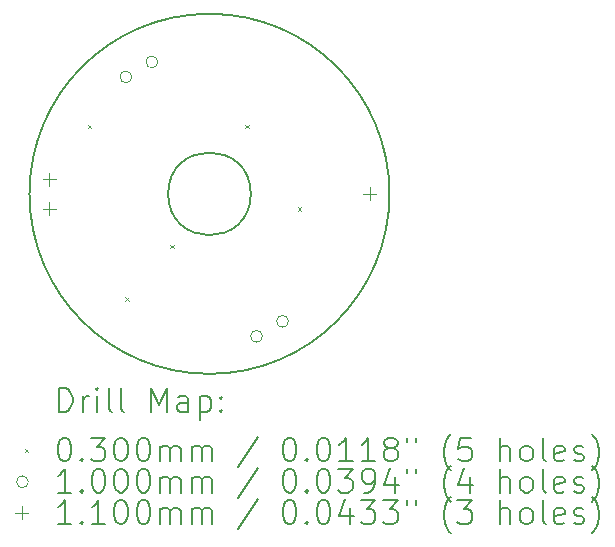
<source format=gbr>
%TF.GenerationSoftware,KiCad,Pcbnew,7.0.5-0*%
%TF.CreationDate,2023-10-10T23:50:18-04:00*%
%TF.ProjectId,batterymodule,62617474-6572-4796-9d6f-64756c652e6b,rev?*%
%TF.SameCoordinates,Original*%
%TF.FileFunction,Drillmap*%
%TF.FilePolarity,Positive*%
%FSLAX45Y45*%
G04 Gerber Fmt 4.5, Leading zero omitted, Abs format (unit mm)*
G04 Created by KiCad (PCBNEW 7.0.5-0) date 2023-10-10 23:50:18*
%MOMM*%
%LPD*%
G01*
G04 APERTURE LIST*
%ADD10C,0.200000*%
%ADD11C,0.030000*%
%ADD12C,0.100000*%
%ADD13C,0.110000*%
G04 APERTURE END LIST*
D10*
X14955000Y-12700000D02*
G75*
G03*
X14955000Y-12700000I-350000J0D01*
G01*
X16129000Y-12700000D02*
G75*
G03*
X16129000Y-12700000I-1524000J0D01*
G01*
D11*
X13574000Y-12113500D02*
X13604000Y-12143500D01*
X13604000Y-12113500D02*
X13574000Y-12143500D01*
X13891500Y-13574000D02*
X13921500Y-13604000D01*
X13921500Y-13574000D02*
X13891500Y-13604000D01*
X14272500Y-13129500D02*
X14302500Y-13159500D01*
X14302500Y-13129500D02*
X14272500Y-13159500D01*
X14907500Y-12113500D02*
X14937500Y-12143500D01*
X14937500Y-12113500D02*
X14907500Y-12143500D01*
X15352000Y-12812000D02*
X15382000Y-12842000D01*
X15382000Y-12812000D02*
X15352000Y-12842000D01*
D12*
X13947212Y-11710303D02*
G75*
G03*
X13947212Y-11710303I-50000J0D01*
G01*
X14167183Y-11583303D02*
G75*
G03*
X14167183Y-11583303I-50000J0D01*
G01*
X15053015Y-13906500D02*
G75*
G03*
X15053015Y-13906500I-50000J0D01*
G01*
X15272985Y-13779500D02*
G75*
G03*
X15272985Y-13779500I-50000J0D01*
G01*
D13*
X13250000Y-12520000D02*
X13250000Y-12630000D01*
X13195000Y-12575000D02*
X13305000Y-12575000D01*
X13250000Y-12770000D02*
X13250000Y-12880000D01*
X13195000Y-12825000D02*
X13305000Y-12825000D01*
X15960000Y-12645000D02*
X15960000Y-12755000D01*
X15905000Y-12700000D02*
X16015000Y-12700000D01*
D10*
X13331777Y-14545484D02*
X13331777Y-14345484D01*
X13331777Y-14345484D02*
X13379396Y-14345484D01*
X13379396Y-14345484D02*
X13407967Y-14355008D01*
X13407967Y-14355008D02*
X13427015Y-14374055D01*
X13427015Y-14374055D02*
X13436539Y-14393103D01*
X13436539Y-14393103D02*
X13446062Y-14431198D01*
X13446062Y-14431198D02*
X13446062Y-14459769D01*
X13446062Y-14459769D02*
X13436539Y-14497865D01*
X13436539Y-14497865D02*
X13427015Y-14516912D01*
X13427015Y-14516912D02*
X13407967Y-14535960D01*
X13407967Y-14535960D02*
X13379396Y-14545484D01*
X13379396Y-14545484D02*
X13331777Y-14545484D01*
X13531777Y-14545484D02*
X13531777Y-14412150D01*
X13531777Y-14450246D02*
X13541301Y-14431198D01*
X13541301Y-14431198D02*
X13550824Y-14421674D01*
X13550824Y-14421674D02*
X13569872Y-14412150D01*
X13569872Y-14412150D02*
X13588920Y-14412150D01*
X13655586Y-14545484D02*
X13655586Y-14412150D01*
X13655586Y-14345484D02*
X13646062Y-14355008D01*
X13646062Y-14355008D02*
X13655586Y-14364531D01*
X13655586Y-14364531D02*
X13665110Y-14355008D01*
X13665110Y-14355008D02*
X13655586Y-14345484D01*
X13655586Y-14345484D02*
X13655586Y-14364531D01*
X13779396Y-14545484D02*
X13760348Y-14535960D01*
X13760348Y-14535960D02*
X13750824Y-14516912D01*
X13750824Y-14516912D02*
X13750824Y-14345484D01*
X13884158Y-14545484D02*
X13865110Y-14535960D01*
X13865110Y-14535960D02*
X13855586Y-14516912D01*
X13855586Y-14516912D02*
X13855586Y-14345484D01*
X14112729Y-14545484D02*
X14112729Y-14345484D01*
X14112729Y-14345484D02*
X14179396Y-14488341D01*
X14179396Y-14488341D02*
X14246062Y-14345484D01*
X14246062Y-14345484D02*
X14246062Y-14545484D01*
X14427015Y-14545484D02*
X14427015Y-14440722D01*
X14427015Y-14440722D02*
X14417491Y-14421674D01*
X14417491Y-14421674D02*
X14398443Y-14412150D01*
X14398443Y-14412150D02*
X14360348Y-14412150D01*
X14360348Y-14412150D02*
X14341301Y-14421674D01*
X14427015Y-14535960D02*
X14407967Y-14545484D01*
X14407967Y-14545484D02*
X14360348Y-14545484D01*
X14360348Y-14545484D02*
X14341301Y-14535960D01*
X14341301Y-14535960D02*
X14331777Y-14516912D01*
X14331777Y-14516912D02*
X14331777Y-14497865D01*
X14331777Y-14497865D02*
X14341301Y-14478817D01*
X14341301Y-14478817D02*
X14360348Y-14469293D01*
X14360348Y-14469293D02*
X14407967Y-14469293D01*
X14407967Y-14469293D02*
X14427015Y-14459769D01*
X14522253Y-14412150D02*
X14522253Y-14612150D01*
X14522253Y-14421674D02*
X14541301Y-14412150D01*
X14541301Y-14412150D02*
X14579396Y-14412150D01*
X14579396Y-14412150D02*
X14598443Y-14421674D01*
X14598443Y-14421674D02*
X14607967Y-14431198D01*
X14607967Y-14431198D02*
X14617491Y-14450246D01*
X14617491Y-14450246D02*
X14617491Y-14507388D01*
X14617491Y-14507388D02*
X14607967Y-14526436D01*
X14607967Y-14526436D02*
X14598443Y-14535960D01*
X14598443Y-14535960D02*
X14579396Y-14545484D01*
X14579396Y-14545484D02*
X14541301Y-14545484D01*
X14541301Y-14545484D02*
X14522253Y-14535960D01*
X14703205Y-14526436D02*
X14712729Y-14535960D01*
X14712729Y-14535960D02*
X14703205Y-14545484D01*
X14703205Y-14545484D02*
X14693682Y-14535960D01*
X14693682Y-14535960D02*
X14703205Y-14526436D01*
X14703205Y-14526436D02*
X14703205Y-14545484D01*
X14703205Y-14421674D02*
X14712729Y-14431198D01*
X14712729Y-14431198D02*
X14703205Y-14440722D01*
X14703205Y-14440722D02*
X14693682Y-14431198D01*
X14693682Y-14431198D02*
X14703205Y-14421674D01*
X14703205Y-14421674D02*
X14703205Y-14440722D01*
D11*
X13041000Y-14859000D02*
X13071000Y-14889000D01*
X13071000Y-14859000D02*
X13041000Y-14889000D01*
D10*
X13369872Y-14765484D02*
X13388920Y-14765484D01*
X13388920Y-14765484D02*
X13407967Y-14775008D01*
X13407967Y-14775008D02*
X13417491Y-14784531D01*
X13417491Y-14784531D02*
X13427015Y-14803579D01*
X13427015Y-14803579D02*
X13436539Y-14841674D01*
X13436539Y-14841674D02*
X13436539Y-14889293D01*
X13436539Y-14889293D02*
X13427015Y-14927388D01*
X13427015Y-14927388D02*
X13417491Y-14946436D01*
X13417491Y-14946436D02*
X13407967Y-14955960D01*
X13407967Y-14955960D02*
X13388920Y-14965484D01*
X13388920Y-14965484D02*
X13369872Y-14965484D01*
X13369872Y-14965484D02*
X13350824Y-14955960D01*
X13350824Y-14955960D02*
X13341301Y-14946436D01*
X13341301Y-14946436D02*
X13331777Y-14927388D01*
X13331777Y-14927388D02*
X13322253Y-14889293D01*
X13322253Y-14889293D02*
X13322253Y-14841674D01*
X13322253Y-14841674D02*
X13331777Y-14803579D01*
X13331777Y-14803579D02*
X13341301Y-14784531D01*
X13341301Y-14784531D02*
X13350824Y-14775008D01*
X13350824Y-14775008D02*
X13369872Y-14765484D01*
X13522253Y-14946436D02*
X13531777Y-14955960D01*
X13531777Y-14955960D02*
X13522253Y-14965484D01*
X13522253Y-14965484D02*
X13512729Y-14955960D01*
X13512729Y-14955960D02*
X13522253Y-14946436D01*
X13522253Y-14946436D02*
X13522253Y-14965484D01*
X13598443Y-14765484D02*
X13722253Y-14765484D01*
X13722253Y-14765484D02*
X13655586Y-14841674D01*
X13655586Y-14841674D02*
X13684158Y-14841674D01*
X13684158Y-14841674D02*
X13703205Y-14851198D01*
X13703205Y-14851198D02*
X13712729Y-14860722D01*
X13712729Y-14860722D02*
X13722253Y-14879769D01*
X13722253Y-14879769D02*
X13722253Y-14927388D01*
X13722253Y-14927388D02*
X13712729Y-14946436D01*
X13712729Y-14946436D02*
X13703205Y-14955960D01*
X13703205Y-14955960D02*
X13684158Y-14965484D01*
X13684158Y-14965484D02*
X13627015Y-14965484D01*
X13627015Y-14965484D02*
X13607967Y-14955960D01*
X13607967Y-14955960D02*
X13598443Y-14946436D01*
X13846062Y-14765484D02*
X13865110Y-14765484D01*
X13865110Y-14765484D02*
X13884158Y-14775008D01*
X13884158Y-14775008D02*
X13893682Y-14784531D01*
X13893682Y-14784531D02*
X13903205Y-14803579D01*
X13903205Y-14803579D02*
X13912729Y-14841674D01*
X13912729Y-14841674D02*
X13912729Y-14889293D01*
X13912729Y-14889293D02*
X13903205Y-14927388D01*
X13903205Y-14927388D02*
X13893682Y-14946436D01*
X13893682Y-14946436D02*
X13884158Y-14955960D01*
X13884158Y-14955960D02*
X13865110Y-14965484D01*
X13865110Y-14965484D02*
X13846062Y-14965484D01*
X13846062Y-14965484D02*
X13827015Y-14955960D01*
X13827015Y-14955960D02*
X13817491Y-14946436D01*
X13817491Y-14946436D02*
X13807967Y-14927388D01*
X13807967Y-14927388D02*
X13798443Y-14889293D01*
X13798443Y-14889293D02*
X13798443Y-14841674D01*
X13798443Y-14841674D02*
X13807967Y-14803579D01*
X13807967Y-14803579D02*
X13817491Y-14784531D01*
X13817491Y-14784531D02*
X13827015Y-14775008D01*
X13827015Y-14775008D02*
X13846062Y-14765484D01*
X14036539Y-14765484D02*
X14055586Y-14765484D01*
X14055586Y-14765484D02*
X14074634Y-14775008D01*
X14074634Y-14775008D02*
X14084158Y-14784531D01*
X14084158Y-14784531D02*
X14093682Y-14803579D01*
X14093682Y-14803579D02*
X14103205Y-14841674D01*
X14103205Y-14841674D02*
X14103205Y-14889293D01*
X14103205Y-14889293D02*
X14093682Y-14927388D01*
X14093682Y-14927388D02*
X14084158Y-14946436D01*
X14084158Y-14946436D02*
X14074634Y-14955960D01*
X14074634Y-14955960D02*
X14055586Y-14965484D01*
X14055586Y-14965484D02*
X14036539Y-14965484D01*
X14036539Y-14965484D02*
X14017491Y-14955960D01*
X14017491Y-14955960D02*
X14007967Y-14946436D01*
X14007967Y-14946436D02*
X13998443Y-14927388D01*
X13998443Y-14927388D02*
X13988920Y-14889293D01*
X13988920Y-14889293D02*
X13988920Y-14841674D01*
X13988920Y-14841674D02*
X13998443Y-14803579D01*
X13998443Y-14803579D02*
X14007967Y-14784531D01*
X14007967Y-14784531D02*
X14017491Y-14775008D01*
X14017491Y-14775008D02*
X14036539Y-14765484D01*
X14188920Y-14965484D02*
X14188920Y-14832150D01*
X14188920Y-14851198D02*
X14198443Y-14841674D01*
X14198443Y-14841674D02*
X14217491Y-14832150D01*
X14217491Y-14832150D02*
X14246063Y-14832150D01*
X14246063Y-14832150D02*
X14265110Y-14841674D01*
X14265110Y-14841674D02*
X14274634Y-14860722D01*
X14274634Y-14860722D02*
X14274634Y-14965484D01*
X14274634Y-14860722D02*
X14284158Y-14841674D01*
X14284158Y-14841674D02*
X14303205Y-14832150D01*
X14303205Y-14832150D02*
X14331777Y-14832150D01*
X14331777Y-14832150D02*
X14350824Y-14841674D01*
X14350824Y-14841674D02*
X14360348Y-14860722D01*
X14360348Y-14860722D02*
X14360348Y-14965484D01*
X14455586Y-14965484D02*
X14455586Y-14832150D01*
X14455586Y-14851198D02*
X14465110Y-14841674D01*
X14465110Y-14841674D02*
X14484158Y-14832150D01*
X14484158Y-14832150D02*
X14512729Y-14832150D01*
X14512729Y-14832150D02*
X14531777Y-14841674D01*
X14531777Y-14841674D02*
X14541301Y-14860722D01*
X14541301Y-14860722D02*
X14541301Y-14965484D01*
X14541301Y-14860722D02*
X14550824Y-14841674D01*
X14550824Y-14841674D02*
X14569872Y-14832150D01*
X14569872Y-14832150D02*
X14598443Y-14832150D01*
X14598443Y-14832150D02*
X14617491Y-14841674D01*
X14617491Y-14841674D02*
X14627015Y-14860722D01*
X14627015Y-14860722D02*
X14627015Y-14965484D01*
X15017491Y-14755960D02*
X14846063Y-15013103D01*
X15274634Y-14765484D02*
X15293682Y-14765484D01*
X15293682Y-14765484D02*
X15312729Y-14775008D01*
X15312729Y-14775008D02*
X15322253Y-14784531D01*
X15322253Y-14784531D02*
X15331777Y-14803579D01*
X15331777Y-14803579D02*
X15341301Y-14841674D01*
X15341301Y-14841674D02*
X15341301Y-14889293D01*
X15341301Y-14889293D02*
X15331777Y-14927388D01*
X15331777Y-14927388D02*
X15322253Y-14946436D01*
X15322253Y-14946436D02*
X15312729Y-14955960D01*
X15312729Y-14955960D02*
X15293682Y-14965484D01*
X15293682Y-14965484D02*
X15274634Y-14965484D01*
X15274634Y-14965484D02*
X15255586Y-14955960D01*
X15255586Y-14955960D02*
X15246063Y-14946436D01*
X15246063Y-14946436D02*
X15236539Y-14927388D01*
X15236539Y-14927388D02*
X15227015Y-14889293D01*
X15227015Y-14889293D02*
X15227015Y-14841674D01*
X15227015Y-14841674D02*
X15236539Y-14803579D01*
X15236539Y-14803579D02*
X15246063Y-14784531D01*
X15246063Y-14784531D02*
X15255586Y-14775008D01*
X15255586Y-14775008D02*
X15274634Y-14765484D01*
X15427015Y-14946436D02*
X15436539Y-14955960D01*
X15436539Y-14955960D02*
X15427015Y-14965484D01*
X15427015Y-14965484D02*
X15417491Y-14955960D01*
X15417491Y-14955960D02*
X15427015Y-14946436D01*
X15427015Y-14946436D02*
X15427015Y-14965484D01*
X15560348Y-14765484D02*
X15579396Y-14765484D01*
X15579396Y-14765484D02*
X15598444Y-14775008D01*
X15598444Y-14775008D02*
X15607967Y-14784531D01*
X15607967Y-14784531D02*
X15617491Y-14803579D01*
X15617491Y-14803579D02*
X15627015Y-14841674D01*
X15627015Y-14841674D02*
X15627015Y-14889293D01*
X15627015Y-14889293D02*
X15617491Y-14927388D01*
X15617491Y-14927388D02*
X15607967Y-14946436D01*
X15607967Y-14946436D02*
X15598444Y-14955960D01*
X15598444Y-14955960D02*
X15579396Y-14965484D01*
X15579396Y-14965484D02*
X15560348Y-14965484D01*
X15560348Y-14965484D02*
X15541301Y-14955960D01*
X15541301Y-14955960D02*
X15531777Y-14946436D01*
X15531777Y-14946436D02*
X15522253Y-14927388D01*
X15522253Y-14927388D02*
X15512729Y-14889293D01*
X15512729Y-14889293D02*
X15512729Y-14841674D01*
X15512729Y-14841674D02*
X15522253Y-14803579D01*
X15522253Y-14803579D02*
X15531777Y-14784531D01*
X15531777Y-14784531D02*
X15541301Y-14775008D01*
X15541301Y-14775008D02*
X15560348Y-14765484D01*
X15817491Y-14965484D02*
X15703206Y-14965484D01*
X15760348Y-14965484D02*
X15760348Y-14765484D01*
X15760348Y-14765484D02*
X15741301Y-14794055D01*
X15741301Y-14794055D02*
X15722253Y-14813103D01*
X15722253Y-14813103D02*
X15703206Y-14822627D01*
X16007967Y-14965484D02*
X15893682Y-14965484D01*
X15950825Y-14965484D02*
X15950825Y-14765484D01*
X15950825Y-14765484D02*
X15931777Y-14794055D01*
X15931777Y-14794055D02*
X15912729Y-14813103D01*
X15912729Y-14813103D02*
X15893682Y-14822627D01*
X16122253Y-14851198D02*
X16103206Y-14841674D01*
X16103206Y-14841674D02*
X16093682Y-14832150D01*
X16093682Y-14832150D02*
X16084158Y-14813103D01*
X16084158Y-14813103D02*
X16084158Y-14803579D01*
X16084158Y-14803579D02*
X16093682Y-14784531D01*
X16093682Y-14784531D02*
X16103206Y-14775008D01*
X16103206Y-14775008D02*
X16122253Y-14765484D01*
X16122253Y-14765484D02*
X16160348Y-14765484D01*
X16160348Y-14765484D02*
X16179396Y-14775008D01*
X16179396Y-14775008D02*
X16188920Y-14784531D01*
X16188920Y-14784531D02*
X16198444Y-14803579D01*
X16198444Y-14803579D02*
X16198444Y-14813103D01*
X16198444Y-14813103D02*
X16188920Y-14832150D01*
X16188920Y-14832150D02*
X16179396Y-14841674D01*
X16179396Y-14841674D02*
X16160348Y-14851198D01*
X16160348Y-14851198D02*
X16122253Y-14851198D01*
X16122253Y-14851198D02*
X16103206Y-14860722D01*
X16103206Y-14860722D02*
X16093682Y-14870246D01*
X16093682Y-14870246D02*
X16084158Y-14889293D01*
X16084158Y-14889293D02*
X16084158Y-14927388D01*
X16084158Y-14927388D02*
X16093682Y-14946436D01*
X16093682Y-14946436D02*
X16103206Y-14955960D01*
X16103206Y-14955960D02*
X16122253Y-14965484D01*
X16122253Y-14965484D02*
X16160348Y-14965484D01*
X16160348Y-14965484D02*
X16179396Y-14955960D01*
X16179396Y-14955960D02*
X16188920Y-14946436D01*
X16188920Y-14946436D02*
X16198444Y-14927388D01*
X16198444Y-14927388D02*
X16198444Y-14889293D01*
X16198444Y-14889293D02*
X16188920Y-14870246D01*
X16188920Y-14870246D02*
X16179396Y-14860722D01*
X16179396Y-14860722D02*
X16160348Y-14851198D01*
X16274634Y-14765484D02*
X16274634Y-14803579D01*
X16350825Y-14765484D02*
X16350825Y-14803579D01*
X16646063Y-15041674D02*
X16636539Y-15032150D01*
X16636539Y-15032150D02*
X16617491Y-15003579D01*
X16617491Y-15003579D02*
X16607968Y-14984531D01*
X16607968Y-14984531D02*
X16598444Y-14955960D01*
X16598444Y-14955960D02*
X16588920Y-14908341D01*
X16588920Y-14908341D02*
X16588920Y-14870246D01*
X16588920Y-14870246D02*
X16598444Y-14822627D01*
X16598444Y-14822627D02*
X16607968Y-14794055D01*
X16607968Y-14794055D02*
X16617491Y-14775008D01*
X16617491Y-14775008D02*
X16636539Y-14746436D01*
X16636539Y-14746436D02*
X16646063Y-14736912D01*
X16817491Y-14765484D02*
X16722253Y-14765484D01*
X16722253Y-14765484D02*
X16712729Y-14860722D01*
X16712729Y-14860722D02*
X16722253Y-14851198D01*
X16722253Y-14851198D02*
X16741301Y-14841674D01*
X16741301Y-14841674D02*
X16788920Y-14841674D01*
X16788920Y-14841674D02*
X16807968Y-14851198D01*
X16807968Y-14851198D02*
X16817491Y-14860722D01*
X16817491Y-14860722D02*
X16827015Y-14879769D01*
X16827015Y-14879769D02*
X16827015Y-14927388D01*
X16827015Y-14927388D02*
X16817491Y-14946436D01*
X16817491Y-14946436D02*
X16807968Y-14955960D01*
X16807968Y-14955960D02*
X16788920Y-14965484D01*
X16788920Y-14965484D02*
X16741301Y-14965484D01*
X16741301Y-14965484D02*
X16722253Y-14955960D01*
X16722253Y-14955960D02*
X16712729Y-14946436D01*
X17065111Y-14965484D02*
X17065111Y-14765484D01*
X17150825Y-14965484D02*
X17150825Y-14860722D01*
X17150825Y-14860722D02*
X17141301Y-14841674D01*
X17141301Y-14841674D02*
X17122253Y-14832150D01*
X17122253Y-14832150D02*
X17093682Y-14832150D01*
X17093682Y-14832150D02*
X17074634Y-14841674D01*
X17074634Y-14841674D02*
X17065111Y-14851198D01*
X17274634Y-14965484D02*
X17255587Y-14955960D01*
X17255587Y-14955960D02*
X17246063Y-14946436D01*
X17246063Y-14946436D02*
X17236539Y-14927388D01*
X17236539Y-14927388D02*
X17236539Y-14870246D01*
X17236539Y-14870246D02*
X17246063Y-14851198D01*
X17246063Y-14851198D02*
X17255587Y-14841674D01*
X17255587Y-14841674D02*
X17274634Y-14832150D01*
X17274634Y-14832150D02*
X17303206Y-14832150D01*
X17303206Y-14832150D02*
X17322253Y-14841674D01*
X17322253Y-14841674D02*
X17331777Y-14851198D01*
X17331777Y-14851198D02*
X17341301Y-14870246D01*
X17341301Y-14870246D02*
X17341301Y-14927388D01*
X17341301Y-14927388D02*
X17331777Y-14946436D01*
X17331777Y-14946436D02*
X17322253Y-14955960D01*
X17322253Y-14955960D02*
X17303206Y-14965484D01*
X17303206Y-14965484D02*
X17274634Y-14965484D01*
X17455587Y-14965484D02*
X17436539Y-14955960D01*
X17436539Y-14955960D02*
X17427015Y-14936912D01*
X17427015Y-14936912D02*
X17427015Y-14765484D01*
X17607968Y-14955960D02*
X17588920Y-14965484D01*
X17588920Y-14965484D02*
X17550825Y-14965484D01*
X17550825Y-14965484D02*
X17531777Y-14955960D01*
X17531777Y-14955960D02*
X17522253Y-14936912D01*
X17522253Y-14936912D02*
X17522253Y-14860722D01*
X17522253Y-14860722D02*
X17531777Y-14841674D01*
X17531777Y-14841674D02*
X17550825Y-14832150D01*
X17550825Y-14832150D02*
X17588920Y-14832150D01*
X17588920Y-14832150D02*
X17607968Y-14841674D01*
X17607968Y-14841674D02*
X17617492Y-14860722D01*
X17617492Y-14860722D02*
X17617492Y-14879769D01*
X17617492Y-14879769D02*
X17522253Y-14898817D01*
X17693682Y-14955960D02*
X17712730Y-14965484D01*
X17712730Y-14965484D02*
X17750825Y-14965484D01*
X17750825Y-14965484D02*
X17769873Y-14955960D01*
X17769873Y-14955960D02*
X17779396Y-14936912D01*
X17779396Y-14936912D02*
X17779396Y-14927388D01*
X17779396Y-14927388D02*
X17769873Y-14908341D01*
X17769873Y-14908341D02*
X17750825Y-14898817D01*
X17750825Y-14898817D02*
X17722253Y-14898817D01*
X17722253Y-14898817D02*
X17703206Y-14889293D01*
X17703206Y-14889293D02*
X17693682Y-14870246D01*
X17693682Y-14870246D02*
X17693682Y-14860722D01*
X17693682Y-14860722D02*
X17703206Y-14841674D01*
X17703206Y-14841674D02*
X17722253Y-14832150D01*
X17722253Y-14832150D02*
X17750825Y-14832150D01*
X17750825Y-14832150D02*
X17769873Y-14841674D01*
X17846063Y-15041674D02*
X17855587Y-15032150D01*
X17855587Y-15032150D02*
X17874634Y-15003579D01*
X17874634Y-15003579D02*
X17884158Y-14984531D01*
X17884158Y-14984531D02*
X17893682Y-14955960D01*
X17893682Y-14955960D02*
X17903206Y-14908341D01*
X17903206Y-14908341D02*
X17903206Y-14870246D01*
X17903206Y-14870246D02*
X17893682Y-14822627D01*
X17893682Y-14822627D02*
X17884158Y-14794055D01*
X17884158Y-14794055D02*
X17874634Y-14775008D01*
X17874634Y-14775008D02*
X17855587Y-14746436D01*
X17855587Y-14746436D02*
X17846063Y-14736912D01*
D12*
X13071000Y-15138000D02*
G75*
G03*
X13071000Y-15138000I-50000J0D01*
G01*
D10*
X13436539Y-15229484D02*
X13322253Y-15229484D01*
X13379396Y-15229484D02*
X13379396Y-15029484D01*
X13379396Y-15029484D02*
X13360348Y-15058055D01*
X13360348Y-15058055D02*
X13341301Y-15077103D01*
X13341301Y-15077103D02*
X13322253Y-15086627D01*
X13522253Y-15210436D02*
X13531777Y-15219960D01*
X13531777Y-15219960D02*
X13522253Y-15229484D01*
X13522253Y-15229484D02*
X13512729Y-15219960D01*
X13512729Y-15219960D02*
X13522253Y-15210436D01*
X13522253Y-15210436D02*
X13522253Y-15229484D01*
X13655586Y-15029484D02*
X13674634Y-15029484D01*
X13674634Y-15029484D02*
X13693682Y-15039008D01*
X13693682Y-15039008D02*
X13703205Y-15048531D01*
X13703205Y-15048531D02*
X13712729Y-15067579D01*
X13712729Y-15067579D02*
X13722253Y-15105674D01*
X13722253Y-15105674D02*
X13722253Y-15153293D01*
X13722253Y-15153293D02*
X13712729Y-15191388D01*
X13712729Y-15191388D02*
X13703205Y-15210436D01*
X13703205Y-15210436D02*
X13693682Y-15219960D01*
X13693682Y-15219960D02*
X13674634Y-15229484D01*
X13674634Y-15229484D02*
X13655586Y-15229484D01*
X13655586Y-15229484D02*
X13636539Y-15219960D01*
X13636539Y-15219960D02*
X13627015Y-15210436D01*
X13627015Y-15210436D02*
X13617491Y-15191388D01*
X13617491Y-15191388D02*
X13607967Y-15153293D01*
X13607967Y-15153293D02*
X13607967Y-15105674D01*
X13607967Y-15105674D02*
X13617491Y-15067579D01*
X13617491Y-15067579D02*
X13627015Y-15048531D01*
X13627015Y-15048531D02*
X13636539Y-15039008D01*
X13636539Y-15039008D02*
X13655586Y-15029484D01*
X13846062Y-15029484D02*
X13865110Y-15029484D01*
X13865110Y-15029484D02*
X13884158Y-15039008D01*
X13884158Y-15039008D02*
X13893682Y-15048531D01*
X13893682Y-15048531D02*
X13903205Y-15067579D01*
X13903205Y-15067579D02*
X13912729Y-15105674D01*
X13912729Y-15105674D02*
X13912729Y-15153293D01*
X13912729Y-15153293D02*
X13903205Y-15191388D01*
X13903205Y-15191388D02*
X13893682Y-15210436D01*
X13893682Y-15210436D02*
X13884158Y-15219960D01*
X13884158Y-15219960D02*
X13865110Y-15229484D01*
X13865110Y-15229484D02*
X13846062Y-15229484D01*
X13846062Y-15229484D02*
X13827015Y-15219960D01*
X13827015Y-15219960D02*
X13817491Y-15210436D01*
X13817491Y-15210436D02*
X13807967Y-15191388D01*
X13807967Y-15191388D02*
X13798443Y-15153293D01*
X13798443Y-15153293D02*
X13798443Y-15105674D01*
X13798443Y-15105674D02*
X13807967Y-15067579D01*
X13807967Y-15067579D02*
X13817491Y-15048531D01*
X13817491Y-15048531D02*
X13827015Y-15039008D01*
X13827015Y-15039008D02*
X13846062Y-15029484D01*
X14036539Y-15029484D02*
X14055586Y-15029484D01*
X14055586Y-15029484D02*
X14074634Y-15039008D01*
X14074634Y-15039008D02*
X14084158Y-15048531D01*
X14084158Y-15048531D02*
X14093682Y-15067579D01*
X14093682Y-15067579D02*
X14103205Y-15105674D01*
X14103205Y-15105674D02*
X14103205Y-15153293D01*
X14103205Y-15153293D02*
X14093682Y-15191388D01*
X14093682Y-15191388D02*
X14084158Y-15210436D01*
X14084158Y-15210436D02*
X14074634Y-15219960D01*
X14074634Y-15219960D02*
X14055586Y-15229484D01*
X14055586Y-15229484D02*
X14036539Y-15229484D01*
X14036539Y-15229484D02*
X14017491Y-15219960D01*
X14017491Y-15219960D02*
X14007967Y-15210436D01*
X14007967Y-15210436D02*
X13998443Y-15191388D01*
X13998443Y-15191388D02*
X13988920Y-15153293D01*
X13988920Y-15153293D02*
X13988920Y-15105674D01*
X13988920Y-15105674D02*
X13998443Y-15067579D01*
X13998443Y-15067579D02*
X14007967Y-15048531D01*
X14007967Y-15048531D02*
X14017491Y-15039008D01*
X14017491Y-15039008D02*
X14036539Y-15029484D01*
X14188920Y-15229484D02*
X14188920Y-15096150D01*
X14188920Y-15115198D02*
X14198443Y-15105674D01*
X14198443Y-15105674D02*
X14217491Y-15096150D01*
X14217491Y-15096150D02*
X14246063Y-15096150D01*
X14246063Y-15096150D02*
X14265110Y-15105674D01*
X14265110Y-15105674D02*
X14274634Y-15124722D01*
X14274634Y-15124722D02*
X14274634Y-15229484D01*
X14274634Y-15124722D02*
X14284158Y-15105674D01*
X14284158Y-15105674D02*
X14303205Y-15096150D01*
X14303205Y-15096150D02*
X14331777Y-15096150D01*
X14331777Y-15096150D02*
X14350824Y-15105674D01*
X14350824Y-15105674D02*
X14360348Y-15124722D01*
X14360348Y-15124722D02*
X14360348Y-15229484D01*
X14455586Y-15229484D02*
X14455586Y-15096150D01*
X14455586Y-15115198D02*
X14465110Y-15105674D01*
X14465110Y-15105674D02*
X14484158Y-15096150D01*
X14484158Y-15096150D02*
X14512729Y-15096150D01*
X14512729Y-15096150D02*
X14531777Y-15105674D01*
X14531777Y-15105674D02*
X14541301Y-15124722D01*
X14541301Y-15124722D02*
X14541301Y-15229484D01*
X14541301Y-15124722D02*
X14550824Y-15105674D01*
X14550824Y-15105674D02*
X14569872Y-15096150D01*
X14569872Y-15096150D02*
X14598443Y-15096150D01*
X14598443Y-15096150D02*
X14617491Y-15105674D01*
X14617491Y-15105674D02*
X14627015Y-15124722D01*
X14627015Y-15124722D02*
X14627015Y-15229484D01*
X15017491Y-15019960D02*
X14846063Y-15277103D01*
X15274634Y-15029484D02*
X15293682Y-15029484D01*
X15293682Y-15029484D02*
X15312729Y-15039008D01*
X15312729Y-15039008D02*
X15322253Y-15048531D01*
X15322253Y-15048531D02*
X15331777Y-15067579D01*
X15331777Y-15067579D02*
X15341301Y-15105674D01*
X15341301Y-15105674D02*
X15341301Y-15153293D01*
X15341301Y-15153293D02*
X15331777Y-15191388D01*
X15331777Y-15191388D02*
X15322253Y-15210436D01*
X15322253Y-15210436D02*
X15312729Y-15219960D01*
X15312729Y-15219960D02*
X15293682Y-15229484D01*
X15293682Y-15229484D02*
X15274634Y-15229484D01*
X15274634Y-15229484D02*
X15255586Y-15219960D01*
X15255586Y-15219960D02*
X15246063Y-15210436D01*
X15246063Y-15210436D02*
X15236539Y-15191388D01*
X15236539Y-15191388D02*
X15227015Y-15153293D01*
X15227015Y-15153293D02*
X15227015Y-15105674D01*
X15227015Y-15105674D02*
X15236539Y-15067579D01*
X15236539Y-15067579D02*
X15246063Y-15048531D01*
X15246063Y-15048531D02*
X15255586Y-15039008D01*
X15255586Y-15039008D02*
X15274634Y-15029484D01*
X15427015Y-15210436D02*
X15436539Y-15219960D01*
X15436539Y-15219960D02*
X15427015Y-15229484D01*
X15427015Y-15229484D02*
X15417491Y-15219960D01*
X15417491Y-15219960D02*
X15427015Y-15210436D01*
X15427015Y-15210436D02*
X15427015Y-15229484D01*
X15560348Y-15029484D02*
X15579396Y-15029484D01*
X15579396Y-15029484D02*
X15598444Y-15039008D01*
X15598444Y-15039008D02*
X15607967Y-15048531D01*
X15607967Y-15048531D02*
X15617491Y-15067579D01*
X15617491Y-15067579D02*
X15627015Y-15105674D01*
X15627015Y-15105674D02*
X15627015Y-15153293D01*
X15627015Y-15153293D02*
X15617491Y-15191388D01*
X15617491Y-15191388D02*
X15607967Y-15210436D01*
X15607967Y-15210436D02*
X15598444Y-15219960D01*
X15598444Y-15219960D02*
X15579396Y-15229484D01*
X15579396Y-15229484D02*
X15560348Y-15229484D01*
X15560348Y-15229484D02*
X15541301Y-15219960D01*
X15541301Y-15219960D02*
X15531777Y-15210436D01*
X15531777Y-15210436D02*
X15522253Y-15191388D01*
X15522253Y-15191388D02*
X15512729Y-15153293D01*
X15512729Y-15153293D02*
X15512729Y-15105674D01*
X15512729Y-15105674D02*
X15522253Y-15067579D01*
X15522253Y-15067579D02*
X15531777Y-15048531D01*
X15531777Y-15048531D02*
X15541301Y-15039008D01*
X15541301Y-15039008D02*
X15560348Y-15029484D01*
X15693682Y-15029484D02*
X15817491Y-15029484D01*
X15817491Y-15029484D02*
X15750825Y-15105674D01*
X15750825Y-15105674D02*
X15779396Y-15105674D01*
X15779396Y-15105674D02*
X15798444Y-15115198D01*
X15798444Y-15115198D02*
X15807967Y-15124722D01*
X15807967Y-15124722D02*
X15817491Y-15143769D01*
X15817491Y-15143769D02*
X15817491Y-15191388D01*
X15817491Y-15191388D02*
X15807967Y-15210436D01*
X15807967Y-15210436D02*
X15798444Y-15219960D01*
X15798444Y-15219960D02*
X15779396Y-15229484D01*
X15779396Y-15229484D02*
X15722253Y-15229484D01*
X15722253Y-15229484D02*
X15703206Y-15219960D01*
X15703206Y-15219960D02*
X15693682Y-15210436D01*
X15912729Y-15229484D02*
X15950825Y-15229484D01*
X15950825Y-15229484D02*
X15969872Y-15219960D01*
X15969872Y-15219960D02*
X15979396Y-15210436D01*
X15979396Y-15210436D02*
X15998444Y-15181865D01*
X15998444Y-15181865D02*
X16007967Y-15143769D01*
X16007967Y-15143769D02*
X16007967Y-15067579D01*
X16007967Y-15067579D02*
X15998444Y-15048531D01*
X15998444Y-15048531D02*
X15988920Y-15039008D01*
X15988920Y-15039008D02*
X15969872Y-15029484D01*
X15969872Y-15029484D02*
X15931777Y-15029484D01*
X15931777Y-15029484D02*
X15912729Y-15039008D01*
X15912729Y-15039008D02*
X15903206Y-15048531D01*
X15903206Y-15048531D02*
X15893682Y-15067579D01*
X15893682Y-15067579D02*
X15893682Y-15115198D01*
X15893682Y-15115198D02*
X15903206Y-15134246D01*
X15903206Y-15134246D02*
X15912729Y-15143769D01*
X15912729Y-15143769D02*
X15931777Y-15153293D01*
X15931777Y-15153293D02*
X15969872Y-15153293D01*
X15969872Y-15153293D02*
X15988920Y-15143769D01*
X15988920Y-15143769D02*
X15998444Y-15134246D01*
X15998444Y-15134246D02*
X16007967Y-15115198D01*
X16179396Y-15096150D02*
X16179396Y-15229484D01*
X16131777Y-15019960D02*
X16084158Y-15162817D01*
X16084158Y-15162817D02*
X16207967Y-15162817D01*
X16274634Y-15029484D02*
X16274634Y-15067579D01*
X16350825Y-15029484D02*
X16350825Y-15067579D01*
X16646063Y-15305674D02*
X16636539Y-15296150D01*
X16636539Y-15296150D02*
X16617491Y-15267579D01*
X16617491Y-15267579D02*
X16607968Y-15248531D01*
X16607968Y-15248531D02*
X16598444Y-15219960D01*
X16598444Y-15219960D02*
X16588920Y-15172341D01*
X16588920Y-15172341D02*
X16588920Y-15134246D01*
X16588920Y-15134246D02*
X16598444Y-15086627D01*
X16598444Y-15086627D02*
X16607968Y-15058055D01*
X16607968Y-15058055D02*
X16617491Y-15039008D01*
X16617491Y-15039008D02*
X16636539Y-15010436D01*
X16636539Y-15010436D02*
X16646063Y-15000912D01*
X16807968Y-15096150D02*
X16807968Y-15229484D01*
X16760348Y-15019960D02*
X16712729Y-15162817D01*
X16712729Y-15162817D02*
X16836539Y-15162817D01*
X17065111Y-15229484D02*
X17065111Y-15029484D01*
X17150825Y-15229484D02*
X17150825Y-15124722D01*
X17150825Y-15124722D02*
X17141301Y-15105674D01*
X17141301Y-15105674D02*
X17122253Y-15096150D01*
X17122253Y-15096150D02*
X17093682Y-15096150D01*
X17093682Y-15096150D02*
X17074634Y-15105674D01*
X17074634Y-15105674D02*
X17065111Y-15115198D01*
X17274634Y-15229484D02*
X17255587Y-15219960D01*
X17255587Y-15219960D02*
X17246063Y-15210436D01*
X17246063Y-15210436D02*
X17236539Y-15191388D01*
X17236539Y-15191388D02*
X17236539Y-15134246D01*
X17236539Y-15134246D02*
X17246063Y-15115198D01*
X17246063Y-15115198D02*
X17255587Y-15105674D01*
X17255587Y-15105674D02*
X17274634Y-15096150D01*
X17274634Y-15096150D02*
X17303206Y-15096150D01*
X17303206Y-15096150D02*
X17322253Y-15105674D01*
X17322253Y-15105674D02*
X17331777Y-15115198D01*
X17331777Y-15115198D02*
X17341301Y-15134246D01*
X17341301Y-15134246D02*
X17341301Y-15191388D01*
X17341301Y-15191388D02*
X17331777Y-15210436D01*
X17331777Y-15210436D02*
X17322253Y-15219960D01*
X17322253Y-15219960D02*
X17303206Y-15229484D01*
X17303206Y-15229484D02*
X17274634Y-15229484D01*
X17455587Y-15229484D02*
X17436539Y-15219960D01*
X17436539Y-15219960D02*
X17427015Y-15200912D01*
X17427015Y-15200912D02*
X17427015Y-15029484D01*
X17607968Y-15219960D02*
X17588920Y-15229484D01*
X17588920Y-15229484D02*
X17550825Y-15229484D01*
X17550825Y-15229484D02*
X17531777Y-15219960D01*
X17531777Y-15219960D02*
X17522253Y-15200912D01*
X17522253Y-15200912D02*
X17522253Y-15124722D01*
X17522253Y-15124722D02*
X17531777Y-15105674D01*
X17531777Y-15105674D02*
X17550825Y-15096150D01*
X17550825Y-15096150D02*
X17588920Y-15096150D01*
X17588920Y-15096150D02*
X17607968Y-15105674D01*
X17607968Y-15105674D02*
X17617492Y-15124722D01*
X17617492Y-15124722D02*
X17617492Y-15143769D01*
X17617492Y-15143769D02*
X17522253Y-15162817D01*
X17693682Y-15219960D02*
X17712730Y-15229484D01*
X17712730Y-15229484D02*
X17750825Y-15229484D01*
X17750825Y-15229484D02*
X17769873Y-15219960D01*
X17769873Y-15219960D02*
X17779396Y-15200912D01*
X17779396Y-15200912D02*
X17779396Y-15191388D01*
X17779396Y-15191388D02*
X17769873Y-15172341D01*
X17769873Y-15172341D02*
X17750825Y-15162817D01*
X17750825Y-15162817D02*
X17722253Y-15162817D01*
X17722253Y-15162817D02*
X17703206Y-15153293D01*
X17703206Y-15153293D02*
X17693682Y-15134246D01*
X17693682Y-15134246D02*
X17693682Y-15124722D01*
X17693682Y-15124722D02*
X17703206Y-15105674D01*
X17703206Y-15105674D02*
X17722253Y-15096150D01*
X17722253Y-15096150D02*
X17750825Y-15096150D01*
X17750825Y-15096150D02*
X17769873Y-15105674D01*
X17846063Y-15305674D02*
X17855587Y-15296150D01*
X17855587Y-15296150D02*
X17874634Y-15267579D01*
X17874634Y-15267579D02*
X17884158Y-15248531D01*
X17884158Y-15248531D02*
X17893682Y-15219960D01*
X17893682Y-15219960D02*
X17903206Y-15172341D01*
X17903206Y-15172341D02*
X17903206Y-15134246D01*
X17903206Y-15134246D02*
X17893682Y-15086627D01*
X17893682Y-15086627D02*
X17884158Y-15058055D01*
X17884158Y-15058055D02*
X17874634Y-15039008D01*
X17874634Y-15039008D02*
X17855587Y-15010436D01*
X17855587Y-15010436D02*
X17846063Y-15000912D01*
D13*
X13016000Y-15347000D02*
X13016000Y-15457000D01*
X12961000Y-15402000D02*
X13071000Y-15402000D01*
D10*
X13436539Y-15493484D02*
X13322253Y-15493484D01*
X13379396Y-15493484D02*
X13379396Y-15293484D01*
X13379396Y-15293484D02*
X13360348Y-15322055D01*
X13360348Y-15322055D02*
X13341301Y-15341103D01*
X13341301Y-15341103D02*
X13322253Y-15350627D01*
X13522253Y-15474436D02*
X13531777Y-15483960D01*
X13531777Y-15483960D02*
X13522253Y-15493484D01*
X13522253Y-15493484D02*
X13512729Y-15483960D01*
X13512729Y-15483960D02*
X13522253Y-15474436D01*
X13522253Y-15474436D02*
X13522253Y-15493484D01*
X13722253Y-15493484D02*
X13607967Y-15493484D01*
X13665110Y-15493484D02*
X13665110Y-15293484D01*
X13665110Y-15293484D02*
X13646062Y-15322055D01*
X13646062Y-15322055D02*
X13627015Y-15341103D01*
X13627015Y-15341103D02*
X13607967Y-15350627D01*
X13846062Y-15293484D02*
X13865110Y-15293484D01*
X13865110Y-15293484D02*
X13884158Y-15303008D01*
X13884158Y-15303008D02*
X13893682Y-15312531D01*
X13893682Y-15312531D02*
X13903205Y-15331579D01*
X13903205Y-15331579D02*
X13912729Y-15369674D01*
X13912729Y-15369674D02*
X13912729Y-15417293D01*
X13912729Y-15417293D02*
X13903205Y-15455388D01*
X13903205Y-15455388D02*
X13893682Y-15474436D01*
X13893682Y-15474436D02*
X13884158Y-15483960D01*
X13884158Y-15483960D02*
X13865110Y-15493484D01*
X13865110Y-15493484D02*
X13846062Y-15493484D01*
X13846062Y-15493484D02*
X13827015Y-15483960D01*
X13827015Y-15483960D02*
X13817491Y-15474436D01*
X13817491Y-15474436D02*
X13807967Y-15455388D01*
X13807967Y-15455388D02*
X13798443Y-15417293D01*
X13798443Y-15417293D02*
X13798443Y-15369674D01*
X13798443Y-15369674D02*
X13807967Y-15331579D01*
X13807967Y-15331579D02*
X13817491Y-15312531D01*
X13817491Y-15312531D02*
X13827015Y-15303008D01*
X13827015Y-15303008D02*
X13846062Y-15293484D01*
X14036539Y-15293484D02*
X14055586Y-15293484D01*
X14055586Y-15293484D02*
X14074634Y-15303008D01*
X14074634Y-15303008D02*
X14084158Y-15312531D01*
X14084158Y-15312531D02*
X14093682Y-15331579D01*
X14093682Y-15331579D02*
X14103205Y-15369674D01*
X14103205Y-15369674D02*
X14103205Y-15417293D01*
X14103205Y-15417293D02*
X14093682Y-15455388D01*
X14093682Y-15455388D02*
X14084158Y-15474436D01*
X14084158Y-15474436D02*
X14074634Y-15483960D01*
X14074634Y-15483960D02*
X14055586Y-15493484D01*
X14055586Y-15493484D02*
X14036539Y-15493484D01*
X14036539Y-15493484D02*
X14017491Y-15483960D01*
X14017491Y-15483960D02*
X14007967Y-15474436D01*
X14007967Y-15474436D02*
X13998443Y-15455388D01*
X13998443Y-15455388D02*
X13988920Y-15417293D01*
X13988920Y-15417293D02*
X13988920Y-15369674D01*
X13988920Y-15369674D02*
X13998443Y-15331579D01*
X13998443Y-15331579D02*
X14007967Y-15312531D01*
X14007967Y-15312531D02*
X14017491Y-15303008D01*
X14017491Y-15303008D02*
X14036539Y-15293484D01*
X14188920Y-15493484D02*
X14188920Y-15360150D01*
X14188920Y-15379198D02*
X14198443Y-15369674D01*
X14198443Y-15369674D02*
X14217491Y-15360150D01*
X14217491Y-15360150D02*
X14246063Y-15360150D01*
X14246063Y-15360150D02*
X14265110Y-15369674D01*
X14265110Y-15369674D02*
X14274634Y-15388722D01*
X14274634Y-15388722D02*
X14274634Y-15493484D01*
X14274634Y-15388722D02*
X14284158Y-15369674D01*
X14284158Y-15369674D02*
X14303205Y-15360150D01*
X14303205Y-15360150D02*
X14331777Y-15360150D01*
X14331777Y-15360150D02*
X14350824Y-15369674D01*
X14350824Y-15369674D02*
X14360348Y-15388722D01*
X14360348Y-15388722D02*
X14360348Y-15493484D01*
X14455586Y-15493484D02*
X14455586Y-15360150D01*
X14455586Y-15379198D02*
X14465110Y-15369674D01*
X14465110Y-15369674D02*
X14484158Y-15360150D01*
X14484158Y-15360150D02*
X14512729Y-15360150D01*
X14512729Y-15360150D02*
X14531777Y-15369674D01*
X14531777Y-15369674D02*
X14541301Y-15388722D01*
X14541301Y-15388722D02*
X14541301Y-15493484D01*
X14541301Y-15388722D02*
X14550824Y-15369674D01*
X14550824Y-15369674D02*
X14569872Y-15360150D01*
X14569872Y-15360150D02*
X14598443Y-15360150D01*
X14598443Y-15360150D02*
X14617491Y-15369674D01*
X14617491Y-15369674D02*
X14627015Y-15388722D01*
X14627015Y-15388722D02*
X14627015Y-15493484D01*
X15017491Y-15283960D02*
X14846063Y-15541103D01*
X15274634Y-15293484D02*
X15293682Y-15293484D01*
X15293682Y-15293484D02*
X15312729Y-15303008D01*
X15312729Y-15303008D02*
X15322253Y-15312531D01*
X15322253Y-15312531D02*
X15331777Y-15331579D01*
X15331777Y-15331579D02*
X15341301Y-15369674D01*
X15341301Y-15369674D02*
X15341301Y-15417293D01*
X15341301Y-15417293D02*
X15331777Y-15455388D01*
X15331777Y-15455388D02*
X15322253Y-15474436D01*
X15322253Y-15474436D02*
X15312729Y-15483960D01*
X15312729Y-15483960D02*
X15293682Y-15493484D01*
X15293682Y-15493484D02*
X15274634Y-15493484D01*
X15274634Y-15493484D02*
X15255586Y-15483960D01*
X15255586Y-15483960D02*
X15246063Y-15474436D01*
X15246063Y-15474436D02*
X15236539Y-15455388D01*
X15236539Y-15455388D02*
X15227015Y-15417293D01*
X15227015Y-15417293D02*
X15227015Y-15369674D01*
X15227015Y-15369674D02*
X15236539Y-15331579D01*
X15236539Y-15331579D02*
X15246063Y-15312531D01*
X15246063Y-15312531D02*
X15255586Y-15303008D01*
X15255586Y-15303008D02*
X15274634Y-15293484D01*
X15427015Y-15474436D02*
X15436539Y-15483960D01*
X15436539Y-15483960D02*
X15427015Y-15493484D01*
X15427015Y-15493484D02*
X15417491Y-15483960D01*
X15417491Y-15483960D02*
X15427015Y-15474436D01*
X15427015Y-15474436D02*
X15427015Y-15493484D01*
X15560348Y-15293484D02*
X15579396Y-15293484D01*
X15579396Y-15293484D02*
X15598444Y-15303008D01*
X15598444Y-15303008D02*
X15607967Y-15312531D01*
X15607967Y-15312531D02*
X15617491Y-15331579D01*
X15617491Y-15331579D02*
X15627015Y-15369674D01*
X15627015Y-15369674D02*
X15627015Y-15417293D01*
X15627015Y-15417293D02*
X15617491Y-15455388D01*
X15617491Y-15455388D02*
X15607967Y-15474436D01*
X15607967Y-15474436D02*
X15598444Y-15483960D01*
X15598444Y-15483960D02*
X15579396Y-15493484D01*
X15579396Y-15493484D02*
X15560348Y-15493484D01*
X15560348Y-15493484D02*
X15541301Y-15483960D01*
X15541301Y-15483960D02*
X15531777Y-15474436D01*
X15531777Y-15474436D02*
X15522253Y-15455388D01*
X15522253Y-15455388D02*
X15512729Y-15417293D01*
X15512729Y-15417293D02*
X15512729Y-15369674D01*
X15512729Y-15369674D02*
X15522253Y-15331579D01*
X15522253Y-15331579D02*
X15531777Y-15312531D01*
X15531777Y-15312531D02*
X15541301Y-15303008D01*
X15541301Y-15303008D02*
X15560348Y-15293484D01*
X15798444Y-15360150D02*
X15798444Y-15493484D01*
X15750825Y-15283960D02*
X15703206Y-15426817D01*
X15703206Y-15426817D02*
X15827015Y-15426817D01*
X15884158Y-15293484D02*
X16007967Y-15293484D01*
X16007967Y-15293484D02*
X15941301Y-15369674D01*
X15941301Y-15369674D02*
X15969872Y-15369674D01*
X15969872Y-15369674D02*
X15988920Y-15379198D01*
X15988920Y-15379198D02*
X15998444Y-15388722D01*
X15998444Y-15388722D02*
X16007967Y-15407769D01*
X16007967Y-15407769D02*
X16007967Y-15455388D01*
X16007967Y-15455388D02*
X15998444Y-15474436D01*
X15998444Y-15474436D02*
X15988920Y-15483960D01*
X15988920Y-15483960D02*
X15969872Y-15493484D01*
X15969872Y-15493484D02*
X15912729Y-15493484D01*
X15912729Y-15493484D02*
X15893682Y-15483960D01*
X15893682Y-15483960D02*
X15884158Y-15474436D01*
X16074634Y-15293484D02*
X16198444Y-15293484D01*
X16198444Y-15293484D02*
X16131777Y-15369674D01*
X16131777Y-15369674D02*
X16160348Y-15369674D01*
X16160348Y-15369674D02*
X16179396Y-15379198D01*
X16179396Y-15379198D02*
X16188920Y-15388722D01*
X16188920Y-15388722D02*
X16198444Y-15407769D01*
X16198444Y-15407769D02*
X16198444Y-15455388D01*
X16198444Y-15455388D02*
X16188920Y-15474436D01*
X16188920Y-15474436D02*
X16179396Y-15483960D01*
X16179396Y-15483960D02*
X16160348Y-15493484D01*
X16160348Y-15493484D02*
X16103206Y-15493484D01*
X16103206Y-15493484D02*
X16084158Y-15483960D01*
X16084158Y-15483960D02*
X16074634Y-15474436D01*
X16274634Y-15293484D02*
X16274634Y-15331579D01*
X16350825Y-15293484D02*
X16350825Y-15331579D01*
X16646063Y-15569674D02*
X16636539Y-15560150D01*
X16636539Y-15560150D02*
X16617491Y-15531579D01*
X16617491Y-15531579D02*
X16607968Y-15512531D01*
X16607968Y-15512531D02*
X16598444Y-15483960D01*
X16598444Y-15483960D02*
X16588920Y-15436341D01*
X16588920Y-15436341D02*
X16588920Y-15398246D01*
X16588920Y-15398246D02*
X16598444Y-15350627D01*
X16598444Y-15350627D02*
X16607968Y-15322055D01*
X16607968Y-15322055D02*
X16617491Y-15303008D01*
X16617491Y-15303008D02*
X16636539Y-15274436D01*
X16636539Y-15274436D02*
X16646063Y-15264912D01*
X16703206Y-15293484D02*
X16827015Y-15293484D01*
X16827015Y-15293484D02*
X16760348Y-15369674D01*
X16760348Y-15369674D02*
X16788920Y-15369674D01*
X16788920Y-15369674D02*
X16807968Y-15379198D01*
X16807968Y-15379198D02*
X16817491Y-15388722D01*
X16817491Y-15388722D02*
X16827015Y-15407769D01*
X16827015Y-15407769D02*
X16827015Y-15455388D01*
X16827015Y-15455388D02*
X16817491Y-15474436D01*
X16817491Y-15474436D02*
X16807968Y-15483960D01*
X16807968Y-15483960D02*
X16788920Y-15493484D01*
X16788920Y-15493484D02*
X16731777Y-15493484D01*
X16731777Y-15493484D02*
X16712729Y-15483960D01*
X16712729Y-15483960D02*
X16703206Y-15474436D01*
X17065111Y-15493484D02*
X17065111Y-15293484D01*
X17150825Y-15493484D02*
X17150825Y-15388722D01*
X17150825Y-15388722D02*
X17141301Y-15369674D01*
X17141301Y-15369674D02*
X17122253Y-15360150D01*
X17122253Y-15360150D02*
X17093682Y-15360150D01*
X17093682Y-15360150D02*
X17074634Y-15369674D01*
X17074634Y-15369674D02*
X17065111Y-15379198D01*
X17274634Y-15493484D02*
X17255587Y-15483960D01*
X17255587Y-15483960D02*
X17246063Y-15474436D01*
X17246063Y-15474436D02*
X17236539Y-15455388D01*
X17236539Y-15455388D02*
X17236539Y-15398246D01*
X17236539Y-15398246D02*
X17246063Y-15379198D01*
X17246063Y-15379198D02*
X17255587Y-15369674D01*
X17255587Y-15369674D02*
X17274634Y-15360150D01*
X17274634Y-15360150D02*
X17303206Y-15360150D01*
X17303206Y-15360150D02*
X17322253Y-15369674D01*
X17322253Y-15369674D02*
X17331777Y-15379198D01*
X17331777Y-15379198D02*
X17341301Y-15398246D01*
X17341301Y-15398246D02*
X17341301Y-15455388D01*
X17341301Y-15455388D02*
X17331777Y-15474436D01*
X17331777Y-15474436D02*
X17322253Y-15483960D01*
X17322253Y-15483960D02*
X17303206Y-15493484D01*
X17303206Y-15493484D02*
X17274634Y-15493484D01*
X17455587Y-15493484D02*
X17436539Y-15483960D01*
X17436539Y-15483960D02*
X17427015Y-15464912D01*
X17427015Y-15464912D02*
X17427015Y-15293484D01*
X17607968Y-15483960D02*
X17588920Y-15493484D01*
X17588920Y-15493484D02*
X17550825Y-15493484D01*
X17550825Y-15493484D02*
X17531777Y-15483960D01*
X17531777Y-15483960D02*
X17522253Y-15464912D01*
X17522253Y-15464912D02*
X17522253Y-15388722D01*
X17522253Y-15388722D02*
X17531777Y-15369674D01*
X17531777Y-15369674D02*
X17550825Y-15360150D01*
X17550825Y-15360150D02*
X17588920Y-15360150D01*
X17588920Y-15360150D02*
X17607968Y-15369674D01*
X17607968Y-15369674D02*
X17617492Y-15388722D01*
X17617492Y-15388722D02*
X17617492Y-15407769D01*
X17617492Y-15407769D02*
X17522253Y-15426817D01*
X17693682Y-15483960D02*
X17712730Y-15493484D01*
X17712730Y-15493484D02*
X17750825Y-15493484D01*
X17750825Y-15493484D02*
X17769873Y-15483960D01*
X17769873Y-15483960D02*
X17779396Y-15464912D01*
X17779396Y-15464912D02*
X17779396Y-15455388D01*
X17779396Y-15455388D02*
X17769873Y-15436341D01*
X17769873Y-15436341D02*
X17750825Y-15426817D01*
X17750825Y-15426817D02*
X17722253Y-15426817D01*
X17722253Y-15426817D02*
X17703206Y-15417293D01*
X17703206Y-15417293D02*
X17693682Y-15398246D01*
X17693682Y-15398246D02*
X17693682Y-15388722D01*
X17693682Y-15388722D02*
X17703206Y-15369674D01*
X17703206Y-15369674D02*
X17722253Y-15360150D01*
X17722253Y-15360150D02*
X17750825Y-15360150D01*
X17750825Y-15360150D02*
X17769873Y-15369674D01*
X17846063Y-15569674D02*
X17855587Y-15560150D01*
X17855587Y-15560150D02*
X17874634Y-15531579D01*
X17874634Y-15531579D02*
X17884158Y-15512531D01*
X17884158Y-15512531D02*
X17893682Y-15483960D01*
X17893682Y-15483960D02*
X17903206Y-15436341D01*
X17903206Y-15436341D02*
X17903206Y-15398246D01*
X17903206Y-15398246D02*
X17893682Y-15350627D01*
X17893682Y-15350627D02*
X17884158Y-15322055D01*
X17884158Y-15322055D02*
X17874634Y-15303008D01*
X17874634Y-15303008D02*
X17855587Y-15274436D01*
X17855587Y-15274436D02*
X17846063Y-15264912D01*
M02*

</source>
